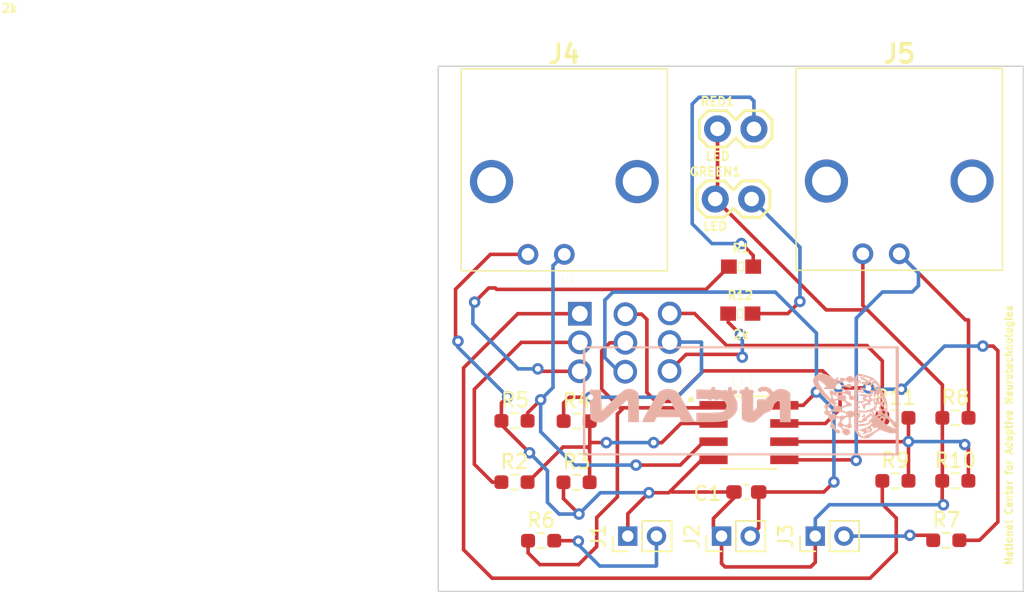
<source format=kicad_pcb>
(kicad_pcb (version 20210606) (generator pcbnew)
  (layers (0 "F.Cu" signal) (31 "B.Cu" signal) (34 "B.Paste" user) (35 "F.Paste" user) (36 "B.SilkS" user "B.Silkscreen") (37 "F.SilkS" user "F.Silkscreen") (38 "B.Mask" user) (39 "F.Mask" user) (44 "Edge.Cuts" user))
  (net 0 "")
  (net 1 "PWR")
  (net 2 "GND")
  (net 3 "Output 1")
  (net 4 "Output 2")
  (net 5 "Input 1")
  (net 6 "Input 2")
  (net 7 "Net-(R2-Pad2)")
  (net 8 "Net-(R2-Pad1)")
  (net 9 "Net-(R4-Pad1)")
  (net 10 "Net-(R6-Pad1)")
  (net 11 "Net-(R7-Pad2)")
  (net 12 "Net-(R10-Pad2)")
  (net 13 "Net-(R9-Pad1)")
  (net 14 "Net-(R11-Pad1)")
  (net 15 "Net-(GREEN1-Pad2)")
  (net 16 "Net-(RED1-Pad2)")
  (net 17 "RED")
  (net 18 "GREEN")
  (footprint "Resistor_SMD:R_0603_1608Metric_Pad0.98x0.95mm_HandSolder" (layer "F.Cu") (at 52.2 47.48)
    (fp_text reference "R9" (at 0 -1.43) (layer "F.SilkS"))
    (fp_text value "100k")
    (pad "1" smd roundrect locked (at -0.9125 0) (size 0.975 0.95) (layers "F.Cu" "F.Paste" "F.Mask") (net 13 "Net-(R9-Pad1)"))
    (pad "2" smd roundrect locked (at 0.9125 0) (size 0.975 0.95) (layers "F.Cu" "F.Paste" "F.Mask") (net 12 "Net-(R10-Pad2)"))
  )
  (footprint "Resistor_SMD:R_0603_1608Metric_Pad0.98x0.95mm_HandSolder" (layer "F.Cu") (at 56.39 43.08)
    (fp_text reference "R8" (at 0 -1.43) (layer "F.SilkS"))
    (fp_text value "17.4k")
    (pad "1" smd roundrect locked (at -0.9125 0) (size 0.975 0.95) (layers "F.Cu" "F.Paste" "F.Mask") (net 2 "GND"))
    (pad "2" smd roundrect locked (at 0.9125 0) (size 0.975 0.95) (layers "F.Cu" "F.Paste" "F.Mask") (net 6 "Input 2"))
  )
  (footprint "Connector_PinHeader_2.00mm:PinHeader_1x02_P2.00mm_Vertical" (layer "F.Cu") (at 40.07 51.34 90)
    (fp_text reference "J2" (at 0 -2.06 90) (layer "F.SilkS"))
    (fp_text value "PWR")
    (pad "1" thru_hole rect locked (at 0 0 90) (size 1.35 1.35) (drill 0.8) (layers *.Cu *.Mask) (net 2 "GND"))
    (pad "2" thru_hole oval locked (at 0 2 90) (size 1.35 1.35) (drill 0.8) (layers *.Cu *.Mask) (net 1 "PWR"))
  )
  (footprint "SparkfunConnectors:1X02" (layer "F.Cu") (at 39.63 27.8)
    (fp_text reference "GREEN1" (at 0 -1.905) (layer "F.SilkS") (effects (font (size 0.6096 0.6096) (thickness 0.127))))
    (fp_text value "LED" (at 0 1.905) (layer "F.SilkS") (effects (font (size 0.6096 0.6096) (thickness 0.127))))
    (pad "1" thru_hole circle locked (at 0 0) (size 1.8796 1.8796) (drill 1.016) (layers *.Cu *.Mask) (net 2 "GND"))
    (pad "2" thru_hole circle locked (at 2.54 0) (size 1.8796 1.8796) (drill 1.016) (layers *.Cu *.Mask) (net 15 "Net-(GREEN1-Pad2)"))
  )
  (footprint "SparkfunResistors:0603" (layer "F.Cu") (at 41.37836 35.8)
    (fp_text reference "R12" (at 0 -1.27) (layer "F.SilkS") (effects (font (size 0.6096 0.6096) (thickness 0.127))))
    (fp_text value "2k" (at 0.05164 1.47) (layer "F.SilkS") (effects (font (size 0.6096 0.6096) (thickness 0.127))))
    (pad "1" smd rect locked (at -0.84836 0) (size 1.09982 0.99822) (layers "F.Cu" "F.Paste" "F.Mask") (net 18 "GREEN"))
    (pad "2" smd rect locked (at 0.84836 0) (size 1.09982 0.99822) (layers "F.Cu" "F.Paste" "F.Mask") (net 15 "Net-(GREEN1-Pad2)"))
  )
  (footprint "SparkfunConnectors:1X02" (layer "F.Cu") (at 39.79 22.9)
    (fp_text reference "RED1" (at 0 -1.905) (layer "F.SilkS") (effects (font (size 0.6096 0.6096) (thickness 0.127))))
    (fp_text value "LED" (at 0 1.905) (layer "F.SilkS") (effects (font (size 0.6096 0.6096) (thickness 0.127))))
    (pad "1" thru_hole circle locked (at 0 0) (size 1.8796 1.8796) (drill 1.016) (layers *.Cu *.Mask) (net 2 "GND"))
    (pad "2" thru_hole circle locked (at 2.54 0) (size 1.8796 1.8796) (drill 1.016) (layers *.Cu *.Mask) (net 16 "Net-(RED1-Pad2)"))
  )
  (footprint "Switches:SW_1-1437575-7" (layer "F.Cu") (at 32.68 36.81)
    (fp_text reference "U2" (at -3.27997 -3.40893) (layer "F.SilkS") (effects (font (size 0.480583 0.480583) (thickness 0.015))))
    (fp_text value "SW_3PDT_Standard" hide)
    (pad "1" thru_hole circle locked (at 0.68 -0.97) (size 1.65 1.65) (drill 1.1) (layers *.Cu *.Mask) (net 11 "Net-(R7-Pad2)"))
    (pad "2" thru_hole rect locked (at -2.5 -1) (size 1.65 1.65) (drill 1.1) (layers *.Cu *.Mask) (net 13 "Net-(R9-Pad1)"))
    (pad "3" thru_hole circle locked (at 3.77 -1.02) (size 1.65 1.65) (drill 1.1) (layers *.Cu *.Mask) (net 14 "Net-(R11-Pad1)"))
    (pad "4" thru_hole circle locked (at 0.68 1.03) (size 1.65 1.65) (drill 1.1) (layers *.Cu *.Mask) (net 10 "Net-(R6-Pad1)"))
    (pad "5" thru_hole circle locked (at -2.5 1) (size 1.65 1.65) (drill 1.1) (layers *.Cu *.Mask) (net 8 "Net-(R2-Pad1)"))
    (pad "6" thru_hole circle locked (at 3.77 0.98) (size 1.65 1.65) (drill 1.1) (layers *.Cu *.Mask) (net 9 "Net-(R4-Pad1)"))
    (pad "7" thru_hole circle (at 0.67 3.05) (size 1.65 1.65) (drill 1.1) (layers *.Cu *.Mask) (net 1 "PWR"))
    (pad "8" thru_hole circle (at -2.51 3.02) (size 1.65 1.65) (drill 1.1) (layers *.Cu *.Mask) (net 17 "RED"))
    (pad "9" thru_hole circle (at 3.76 3) (size 1.65 1.65) (drill 1.1) (layers *.Cu *.Mask) (net 18 "GREEN"))
  )
  (footprint "Connector_PinHeader_2.00mm:PinHeader_1x02_P2.00mm_Vertical" (layer "F.Cu") (at 46.61 51.34 90)
    (fp_text reference "J3" (at 0 -2.06 90) (layer "F.SilkS"))
    (fp_text value "Output 2")
    (pad "1" thru_hole rect locked (at 0 0 90) (size 1.35 1.35) (drill 0.8) (layers *.Cu *.Mask) (net 2 "GND"))
    (pad "2" thru_hole oval locked (at 0 2 90) (size 1.35 1.35) (drill 0.8) (layers *.Cu *.Mask) (net 4 "Output 2"))
  )
  (footprint "Resistor_SMD:R_0603_1608Metric_Pad0.98x0.95mm_HandSolder" (layer "F.Cu") (at 29.9625 43.31)
    (fp_text reference "R4" (at 0 -1.43) (layer "F.SilkS"))
    (fp_text value "140k")
    (pad "1" smd roundrect locked (at -0.9125 0) (size 0.975 0.95) (layers "F.Cu" "F.Paste" "F.Mask") (net 9 "Net-(R4-Pad1)"))
    (pad "2" smd roundrect locked (at 0.9125 0) (size 0.975 0.95) (layers "F.Cu" "F.Paste" "F.Mask") (net 7 "Net-(R2-Pad2)"))
  )
  (footprint "Resistor_SMD:R_0603_1608Metric_Pad0.98x0.95mm_HandSolder" (layer "F.Cu") (at 25.6225 47.57)
    (fp_text reference "R2" (at 0 -1.43) (layer "F.SilkS"))
    (fp_text value "100k")
    (pad "1" smd roundrect locked (at -0.9125 0) (size 0.975 0.95) (layers "F.Cu" "F.Paste" "F.Mask") (net 8 "Net-(R2-Pad1)"))
    (pad "2" smd roundrect locked (at 0.9125 0) (size 0.975 0.95) (layers "F.Cu" "F.Paste" "F.Mask") (net 7 "Net-(R2-Pad2)"))
  )
  (footprint "Resistor_SMD:R_0603_1608Metric_Pad0.98x0.95mm_HandSolder" (layer "F.Cu") (at 29.9525 47.58)
    (fp_text reference "R3" (at 0 -1.43) (layer "F.SilkS"))
    (fp_text value "20k")
    (pad "1" smd roundrect locked (at -0.9125 0) (size 0.975 0.95) (layers "F.Cu" "F.Paste" "F.Mask") (net 2 "GND"))
    (pad "2" smd roundrect locked (at 0.9125 0) (size 0.975 0.95) (layers "F.Cu" "F.Paste" "F.Mask") (net 7 "Net-(R2-Pad2)"))
  )
  (footprint "Connector_Coaxial:031543110RFX" (layer "F.Cu") (at 49.93 31.623732)
    (fp_text reference "J5" (at 2.54 -13.97) (layer "F.SilkS") (effects (font (size 1.27 1.27) (thickness 0.254))))
    (fp_text value "Conn_Coaxial" hide)
    (pad "1" thru_hole circle locked (at 0 0) (size 1.446 1.446) (drill 0.89) (layers *.Cu *.Mask) (net 2 "GND"))
    (pad "2" thru_hole circle locked (at 2.54 0) (size 1.446 1.446) (drill 0.89) (layers *.Cu *.Mask) (net 6 "Input 2"))
    (pad "3" thru_hole circle locked (at 7.62 -5.08) (size 3.015 3.015) (drill 2.01) (layers *.Cu *.Mask))
    (pad "4" thru_hole circle locked (at -2.54 -5.08) (size 3.015 3.015) (drill 2.01) (layers *.Cu *.Mask))
  )
  (footprint "Chips:SOIC127P599X175-8N" (layer "F.Cu") (at 41.98 44.11)
    (fp_text reference "U1" (at -0.325 -3.635) (layer "F.SilkS") (effects (font (thickness 0.015))))
    (fp_text value "NCV33072ADR2G" hide)
    (pad "1" smd rect locked (at -2.47 -1.905) (size 1.97 0.6) (layers "F.Cu" "F.Paste" "F.Mask") (net 10 "Net-(R6-Pad1)"))
    (pad "2" smd rect locked (at -2.47 -0.635) (size 1.97 0.6) (layers "F.Cu" "F.Paste" "F.Mask") (net 7 "Net-(R2-Pad2)"))
    (pad "3" smd rect locked (at -2.47 0.635) (size 1.97 0.6) (layers "F.Cu" "F.Paste" "F.Mask") (net 5 "Input 1"))
    (pad "4" smd rect locked (at -2.47 1.905) (size 1.97 0.6) (layers "F.Cu" "F.Paste" "F.Mask") (net 2 "GND"))
    (pad "5" smd rect locked (at 2.47 1.905) (size 1.97 0.6) (layers "F.Cu" "F.Paste" "F.Mask") (net 6 "Input 2"))
    (pad "6" smd rect locked (at 2.47 0.635) (size 1.97 0.6) (layers "F.Cu" "F.Paste" "F.Mask") (net 12 "Net-(R10-Pad2)"))
    (pad "7" smd rect locked (at 2.47 -0.635) (size 1.97 0.6) (layers "F.Cu" "F.Paste" "F.Mask") (net 11 "Net-(R7-Pad2)"))
    (pad "8" smd rect locked (at 2.47 -1.905) (size 1.97 0.6) (layers "F.Cu" "F.Paste" "F.Mask") (net 1 "PWR"))
  )
  (footprint "Resistor_SMD:R_0603_1608Metric_Pad0.98x0.95mm_HandSolder" (layer "F.Cu") (at 55.75 51.63)
    (fp_text reference "R7" (at 0 -1.43) (layer "F.SilkS"))
    (fp_text value "52.2")
    (pad "1" smd roundrect locked (at -0.9125 0) (size 0.975 0.95) (layers "F.Cu" "F.Paste" "F.Mask") (net 4 "Output 2"))
    (pad "2" smd roundrect locked (at 0.9125 0) (size 0.975 0.95) (layers "F.Cu" "F.Paste" "F.Mask") (net 11 "Net-(R7-Pad2)"))
  )
  (footprint "SparkfunResistors:0603" (layer "F.Cu") (at 41.43 32.52)
    (fp_text reference "R1" (at 0 -1.27) (layer "F.SilkS") (effects (font (size 0.6096 0.6096) (thickness 0.127))))
    (fp_text value "2k" (at -51.04 -18.04) (layer "F.SilkS") (effects (font (size 0.6096 0.6096) (thickness 0.127))))
    (pad "1" smd rect locked (at -0.84836 0) (size 1.09982 0.99822) (layers "F.Cu" "F.Paste" "F.Mask") (net 17 "RED"))
    (pad "2" smd rect locked (at 0.84836 0) (size 1.09982 0.99822) (layers "F.Cu" "F.Paste" "F.Mask") (net 16 "Net-(RED1-Pad2)"))
  )
  (footprint "Resistor_SMD:R_0603_1608Metric_Pad0.98x0.95mm_HandSolder" (layer "F.Cu") (at 52.2 43.08)
    (fp_text reference "R11" (at 0 -1.43) (layer "F.SilkS"))
    (fp_text value "140k")
    (pad "1" smd roundrect locked (at -0.9125 0) (size 0.975 0.95) (layers "F.Cu" "F.Paste" "F.Mask") (net 14 "Net-(R11-Pad1)"))
    (pad "2" smd roundrect locked (at 0.9125 0) (size 0.975 0.95) (layers "F.Cu" "F.Paste" "F.Mask") (net 12 "Net-(R10-Pad2)"))
  )
  (footprint "Resistor_SMD:R_0603_1608Metric_Pad0.98x0.95mm_HandSolder" (layer "F.Cu") (at 56.38 47.48)
    (fp_text reference "R10" (at 0 -1.43) (layer "F.SilkS"))
    (fp_text value "20k")
    (pad "1" smd roundrect locked (at -0.9125 0) (size 0.975 0.95) (layers "F.Cu" "F.Paste" "F.Mask") (net 2 "GND"))
    (pad "2" smd roundrect locked (at 0.9125 0) (size 0.975 0.95) (layers "F.Cu" "F.Paste" "F.Mask") (net 12 "Net-(R10-Pad2)"))
  )
  (footprint "Resistor_SMD:R_0603_1608Metric_Pad0.98x0.95mm_HandSolder" (layer "F.Cu") (at 27.4825 51.66)
    (fp_text reference "R6" (at 0 -1.43) (layer "F.SilkS"))
    (fp_text value "52.2")
    (pad "1" smd roundrect locked (at -0.9125 0) (size 0.975 0.95) (layers "F.Cu" "F.Paste" "F.Mask") (net 10 "Net-(R6-Pad1)"))
    (pad "2" smd roundrect locked (at 0.9125 0) (size 0.975 0.95) (layers "F.Cu" "F.Paste" "F.Mask") (net 3 "Output 1"))
  )
  (footprint "Connector_Coaxial:031543110RFX" (layer "F.Cu") (at 26.56 31.663732)
    (fp_text reference "J4" (at 2.54 -13.97) (layer "F.SilkS") (effects (font (size 1.27 1.27) (thickness 0.254))))
    (fp_text value "Conn_Coaxial" hide)
    (pad "1" thru_hole circle locked (at 0 0) (size 1.446 1.446) (drill 0.89) (layers *.Cu *.Mask) (net 2 "GND"))
    (pad "2" thru_hole circle locked (at 2.54 0) (size 1.446 1.446) (drill 0.89) (layers *.Cu *.Mask) (net 5 "Input 1"))
    (pad "3" thru_hole circle locked (at 7.62 -5.08) (size 3.015 3.015) (drill 2.01) (layers *.Cu *.Mask))
    (pad "4" thru_hole circle locked (at -2.54 -5.08) (size 3.015 3.015) (drill 2.01) (layers *.Cu *.Mask))
  )
  (footprint "Capacitor_SMD:C_0603_1608Metric_Pad1.08x0.95mm_HandSolder" (layer "F.Cu") (at 41.8 48.26)
    (fp_text reference "C1" (at -2.71 0.1) (layer "F.SilkS"))
    (fp_text value "0.1u")
    (pad "1" smd roundrect locked (at -0.8625 0) (size 1.075 0.95) (layers "F.Cu" "F.Paste" "F.Mask") (net 2 "GND"))
    (pad "2" smd roundrect locked (at 0.8625 0) (size 1.075 0.95) (layers "F.Cu" "F.Paste" "F.Mask") (net 1 "PWR"))
  )
  (footprint "Connector_PinHeader_2.00mm:PinHeader_1x02_P2.00mm_Vertical" (layer "F.Cu") (at 33.53 51.34 90)
    (fp_text reference "J1" (at 0 -2.06 90) (layer "F.SilkS"))
    (fp_text value "Output 1")
    (pad "1" thru_hole rect locked (at 0 0 90) (size 1.35 1.35) (drill 0.8) (layers *.Cu *.Mask) (net 2 "GND"))
    (pad "2" thru_hole oval locked (at 0 2 90) (size 1.35 1.35) (drill 0.8) (layers *.Cu *.Mask) (net 3 "Output 1"))
  )
  (footprint "Resistor_SMD:R_0603_1608Metric_Pad0.98x0.95mm_HandSolder" (layer "F.Cu") (at 25.6225 43.29 180)
    (fp_text reference "R5" (at -0.04 1.45) (layer "F.SilkS"))
    (fp_text value "17.4k")
    (pad "1" smd roundrect locked (at -0.9125 0 180) (size 0.975 0.95) (layers "F.Cu" "F.Paste" "F.Mask") (net 5 "Input 1"))
    (pad "2" smd roundrect locked (at 0.9125 0 180) (size 0.975 0.95) (layers "F.Cu" "F.Paste" "F.Mask") (net 2 "GND"))
  )
  (footprint "NCAN:SmallNCANSilkscreenFront" (layer "B.Cu") (at 41.418 41.894 180)
    (fp_text reference "G***" (at 0 0) (layer "B.SilkS") (effects (font (size 1.524 1.524) (thickness 0.3)) (justify mirror)))
    (fp_text value "LOGO" hide)
  )
  (gr_rect (start 20.302 18.526) (end 61.129286 55.21) (layer "Edge.Cuts") (width 0.1) (fill none))
  (gr_text "National Center for Adaptive Neurotechnologies" (at 60.12 44.29 90) (layer "F.SilkS") (effects (font (size 0.5 0.5) (thickness 0.125))))
  (segment (start 42.6625 48.26) (end 42.6625 50.7475) (width 0.25) (layer "F.Cu") (net 1))
  (segment (start 45.765 42.205) (end 46.69 41.28) (width 0.25) (layer "F.Cu") (net 1))
  (segment (start 47.21 48.26) (end 47.91 47.56) (width 0.25) (layer "F.Cu") (net 1))
  (segment (start 44.45 42.205) (end 45.765 42.205) (width 0.25) (layer "F.Cu") (net 1))
  (segment (start 42.6625 50.7475) (end 42.07 51.34) (width 0.25) (layer "F.Cu") (net 1))
  (segment (start 42.6625 48.26) (end 47.21 48.26) (width 0.25) (layer "F.Cu") (net 1))
  (via (at 47.91 47.56) (size 0.8) (drill 0.4) (layers "F.Cu" "B.Cu") (net 1))
  (via (at 46.69 41.28) (size 0.8) (drill 0.4) (layers "F.Cu" "B.Cu") (net 1))
  (segment (start 47.91 47.56) (end 47.91 42.5) (width 0.25) (layer "B.Cu") (net 1))
  (segment (start 47.91 42.5) (end 46.69 41.28) (width 0.25) (layer "B.Cu") (net 1))
  (segment (start 31.93 38.88) (end 31.93 34.86) (width 0.25) (layer "B.Cu") (net 1))
  (segment (start 43.82 34.3) (end 46.69 37.17) (width 0.25) (layer "B.Cu") (net 1))
  (segment (start 32.91 39.86) (end 31.93 38.88) (width 0.25) (layer "B.Cu") (net 1))
  (segment (start 32.49 34.3) (end 43.82 34.3) (width 0.25) (layer "B.Cu") (net 1))
  (segment (start 46.69 37.17) (end 46.69 41.28) (width 0.25) (layer "B.Cu") (net 1))
  (segment (start 31.93 34.86) (end 32.49 34.3) (width 0.25) (layer "B.Cu") (net 1))
  (segment (start 33.35 39.86) (end 32.91 39.86) (width 0.25) (layer "B.Cu") (net 1))
  (segment (start 49.93 35.23) (end 49.93 31.623732) (width 0.25) (layer "F.Cu") (net 2))
  (segment (start 39.79 27.64) (end 39.63 27.8) (width 0.25) (layer "F.Cu") (net 2))
  (segment (start 39.51 46.015) (end 38.685 46.015) (width 0.25) (layer "F.Cu") (net 2))
  (segment (start 46.61 51.34) (end 46.61 53.17) (width 0.25) (layer "F.Cu") (net 2))
  (segment (start 39.5 50.11) (end 39.5 50.77) (width 0.25) (layer "F.Cu") (net 2))
  (segment (start 38.685 46.015) (end 36.535 48.165) (width 0.25) (layer "F.Cu") (net 2))
  (segment (start 40.07 53.25) (end 40.07 51.34) (width 0.25) (layer "F.Cu") (net 2))
  (segment (start 21.51 34.1) (end 21.51 37.56) (width 0.25) (layer "F.Cu") (net 2))
  (segment (start 55.4775 47.47) (end 55.4675 47.48) (width 0.25) (layer "F.Cu") (net 2))
  (segment (start 39.5 50.77) (end 40.07 51.34) (width 0.25) (layer "F.Cu") (net 2))
  (segment (start 40.9375 48.26) (end 40.9375 48.6725) (width 0.25) (layer "F.Cu") (net 2))
  (segment (start 24.71 43.29) (end 24.71 43.56) (width 0.25) (layer "F.Cu") (net 2))
  (segment (start 40.31 53.49) (end 40.07 53.25) (width 0.25) (layer "F.Cu") (net 2))
  (segment (start 24.71 42.04) (end 25.14 41.61) (width 0.25) (layer "F.Cu") (net 2))
  (segment (start 26.56 31.663732) (end 23.946268 31.663732) (width 0.25) (layer "F.Cu") (net 2))
  (segment (start 50.24 35.54) (end 49.93 35.23) (width 0.25) (layer "F.Cu") (net 2))
  (segment (start 36.39 48.31) (end 35 48.31) (width 0.25) (layer "F.Cu") (net 2))
  (segment (start 21.51 37.56) (end 21.68 37.73) (width 0.25) (layer "F.Cu") (net 2))
  (segment (start 39.63 27.8) (end 47.37 35.54) (width 0.25) (layer "F.Cu") (net 2))
  (segment (start 39.79 22.9) (end 39.79 27.64) (width 0.25) (layer "F.Cu") (net 2))
  (segment (start 55.4675 49.0675) (end 55.55 49.15) (width 0.25) (layer "F.Cu") (net 2))
  (segment (start 36.63 48.26) (end 36.535 48.165) (width 0.25) (layer "F.Cu") (net 2))
  (segment (start 36.535 48.165) (end 36.39 48.31) (width 0.25) (layer "F.Cu") (net 2))
  (segment (start 24.71 43.56) (end 26.67 45.52) (width 0.25) (layer "F.Cu") (net 2))
  (segment (start 55.4775 43.08) (end 55.4775 47.47) (width 0.25) (layer "F.Cu") (net 2))
  (segment (start 29.04 47.58) (end 29.04 48.72) (width 0.25) (layer "F.Cu") (net 2))
  (segment (start 33.53 49.78) (end 35 48.31) (width 0.25) (layer "F.Cu") (net 2))
  (segment (start 46.61 53.17) (end 46.29 53.49) (width 0.25) (layer "F.Cu") (net 2))
  (segment (start 23.946268 31.663732) (end 21.51 34.1) (width 0.25) (layer "F.Cu") (net 2))
  (segment (start 33.53 51.34) (end 33.53 49.78) (width 0.25) (layer "F.Cu") (net 2))
  (segment (start 55.4775 40.7775) (end 50.24 35.54) (width 0.25) (layer "F.Cu") (net 2))
  (segment (start 47.37 35.54) (end 50.24 35.54) (width 0.25) (layer "F.Cu") (net 2))
  (segment (start 40.9375 48.26) (end 36.63 48.26) (width 0.25) (layer "F.Cu") (net 2))
  (segment (start 46.29 53.49) (end 40.31 53.49) (width 0.25) (layer "F.Cu") (net 2))
  (segment (start 55.4675 47.48) (end 55.4675 49.0675) (width 0.25) (layer "F.Cu") (net 2))
  (segment (start 29.04 48.72) (end 30.12 49.8) (width 0.25) (layer "F.Cu") (net 2))
  (segment (start 24.71 43.29) (end 24.71 42.04) (width 0.25) (layer "F.Cu") (net 2))
  (segment (start 40.9375 48.6725) (end 39.5 50.11) (width 0.25) (layer "F.Cu") (net 2))
  (segment (start 55.4775 43.08) (end 55.4775 40.7775) (width 0.25) (layer "F.Cu") (net 2))
  (via (at 26.67 45.52) (size 0.8) (drill 0.4) (layers "F.Cu" "B.Cu") (net 2))
  (via (at 35 48.31) (size 0.8) (drill 0.4) (layers "F.Cu" "B.Cu") (net 2))
  (via (at 55.55 49.15) (size 0.8) (drill 0.4) (layers "F.Cu" "B.Cu") (net 2))
  (via (at 25.14 41.61) (size 0.8) (drill 0.4) (layers "F.Cu" "B.Cu") (net 2))
  (via (at 30.12 49.8) (size 0.8) (drill 0.4) (layers "F.Cu" "B.Cu") (net 2))
  (via (at 21.68 37.73) (size 0.8) (drill 0.4) (layers "F.Cu" "B.Cu") (net 2))
  (segment (start 26.67 45.52) (end 27.92 46.77) (width 0.25) (layer "B.Cu") (net 2))
  (segment (start 47.59 49.15) (end 55.55 49.15) (width 0.25) (layer "B.Cu") (net 2))
  (segment (start 46.61 50.13) (end 47.59 49.15) (width 0.25) (layer "B.Cu") (net 2))
  (segment (start 21.68 38.15) (end 21.68 37.73) (width 0.25) (layer "B.Cu") (net 2))
  (segment (start 31.61 48.31) (end 35 48.31) (width 0.25) (layer "B.Cu") (net 2))
  (segment (start 28.74 49.8) (end 30.12 49.8) (width 0.25) (layer "B.Cu") (net 2))
  (segment (start 30.12 49.8) (end 31.61 48.31) (width 0.25) (layer "B.Cu") (net 2))
  (segment (start 25.14 41.61) (end 21.68 38.15) (width 0.25) (layer "B.Cu") (net 2))
  (segment (start 27.92 48.98) (end 28.74 49.8) (width 0.25) (layer "B.Cu") (net 2))
  (segment (start 46.61 51.34) (end 46.61 50.13) (width 0.25) (layer "B.Cu") (net 2))
  (segment (start 27.92 46.77) (end 27.92 48.98) (width 0.25) (layer "B.Cu") (net 2))
  (segment (start 30.05 51.66) (end 30.08 51.69) (width 0.25) (layer "F.Cu") (net 3))
  (segment (start 28.395 51.66) (end 30.05 51.66) (width 0.25) (layer "F.Cu") (net 3))
  (via (at 30.08 51.69) (size 0.8) (drill 0.4) (layers "F.Cu" "B.Cu") (net 3))
  (segment (start 30.08 51.69) (end 30.08 51.94) (width 0.25) (layer "B.Cu") (net 3))
  (segment (start 30.08 51.94) (end 31.57 53.43) (width 0.25) (layer "B.Cu") (net 3))
  (segment (start 35.53 53.39) (end 35.53 51.34) (width 0.25) (layer "B.Cu") (net 3))
  (segment (start 31.57 53.43) (end 35.49 53.43) (width 0.25) (layer "B.Cu") (net 3))
  (segment (start 35.49 53.43) (end 35.53 53.39) (width 0.25) (layer "B.Cu") (net 3))
  (segment (start 53.21 51.28) (end 54.4875 51.28) (width 0.25) (layer "F.Cu") (net 4))
  (segment (start 54.4875 51.28) (end 54.8375 51.63) (width 0.25) (layer "F.Cu") (net 4))
  (via (at 53.21 51.28) (size 0.8) (drill 0.4) (layers "F.Cu" "B.Cu") (net 4))
  (segment (start 53.15 51.34) (end 53.21 51.28) (width 0.25) (layer "B.Cu") (net 4))
  (segment (start 48.61 51.34) (end 53.15 51.34) (width 0.25) (layer "B.Cu") (net 4))
  (segment (start 26.535 43.29) (end 26.535 42.735) (width 0.25) (layer "F.Cu") (net 5))
  (segment (start 37.19 46.38) (end 34.1 46.38) (width 0.25) (layer "F.Cu") (net 5))
  (segment (start 39.51 44.745) (end 38.825 44.745) (width 0.25) (layer "F.Cu") (net 5))
  (segment (start 26.535 42.735) (end 27.45 41.82) (width 0.25) (layer "F.Cu") (net 5))
  (segment (start 38.825 44.745) (end 37.19 46.38) (width 0.25) (layer "F.Cu") (net 5))
  (via (at 27.45 41.82) (size 0.8) (drill 0.4) (layers "F.Cu" "B.Cu") (net 5))
  (via (at 34.1 46.38) (size 0.8) (drill 0.4) (layers "F.Cu" "B.Cu") (net 5))
  (segment (start 27.45 44.05) (end 27.45 41.82) (width 0.25) (layer "B.Cu") (net 5))
  (segment (start 34.1 46.38) (end 29.78 46.38) (width 0.25) (layer "B.Cu") (net 5))
  (segment (start 28.31 32.453732) (end 28.31 40.96) (width 0.25) (layer "B.Cu") (net 5))
  (segment (start 29.78 46.38) (end 27.45 44.05) (width 0.25) (layer "B.Cu") (net 5))
  (segment (start 28.31 40.96) (end 27.45 41.82) (width 0.25) (layer "B.Cu") (net 5))
  (segment (start 29.1 31.663732) (end 28.31 32.453732) (width 0.25) (layer "B.Cu") (net 5))
  (segment (start 57.086268 36.24) (end 57.28 36.24) (width 0.25) (layer "F.Cu") (net 6))
  (segment (start 44.45 46.015) (end 49.425 46.015) (width 0.25) (layer "F.Cu") (net 6))
  (segment (start 52.47 31.623732) (end 57.086268 36.24) (width 0.25) (layer "F.Cu") (net 6))
  (segment (start 57.28 36.24) (end 57.3025 36.2625) (width 0.25) (layer "F.Cu") (net 6))
  (segment (start 49.425 46.015) (end 49.46 46.05) (width 0.25) (layer "F.Cu") (net 6))
  (segment (start 57.3025 36.2625) (end 57.3025 43.08) (width 0.25) (layer "F.Cu") (net 6))
  (via (at 49.46 46.05) (size 0.8) (drill 0.4) (layers "F.Cu" "B.Cu") (net 6))
  (segment (start 53.37 34.29) (end 53.81 33.85) (width 0.25) (layer "B.Cu") (net 6))
  (segment (start 49.46 46.05) (end 49.47 46.04) (width 0.25) (layer "B.Cu") (net 6))
  (segment (start 53.81 33.85) (end 53.81 32.963732) (width 0.25) (layer "B.Cu") (net 6))
  (segment (start 51.3 34.29) (end 53.37 34.29) (width 0.25) (layer "B.Cu") (net 6))
  (segment (start 53.81 32.963732) (end 52.47 31.623732) (width 0.25) (layer "B.Cu") (net 6))
  (segment (start 49.47 36.12) (end 51.3 34.29) (width 0.25) (layer "B.Cu") (net 6))
  (segment (start 49.47 46.04) (end 49.47 36.12) (width 0.25) (layer "B.Cu") (net 6))
  (segment (start 30.7 45.12) (end 30.74 45.16) (width 0.25) (layer "F.Cu") (net 7))
  (segment (start 30.875 44.805) (end 30.875 43.31) (width 0.25) (layer "F.Cu") (net 7))
  (segment (start 35.33 44.81) (end 35.9 44.81) (width 0.25) (layer "F.Cu") (net 7))
  (segment (start 30.875 45.025) (end 30.875 44.805) (width 0.25) (layer "F.Cu") (net 7))
  (segment (start 30.865 45.035) (end 30.875 45.025) (width 0.25) (layer "F.Cu") (net 7))
  (segment (start 30.74 45.16) (end 30.875 45.025) (width 0.25) (layer "F.Cu") (net 7))
  (segment (start 30.865 47.58) (end 30.865 45.035) (width 0.25) (layer "F.Cu") (net 7))
  (segment (start 32.025 44.805) (end 32.03 44.81) (width 0.25) (layer "F.Cu") (net 7))
  (segment (start 37.235 43.475) (end 39.51 43.475) (width 0.25) (layer "F.Cu") (net 7))
  (segment (start 26.535 47.57) (end 26.56 47.57) (width 0.25) (layer "F.Cu") (net 7))
  (segment (start 35.9 44.81) (end 37.235 43.475) (width 0.25) (layer "F.Cu") (net 7))
  (segment (start 29.01 45.12) (end 30.7 45.12) (width 0.25) (layer "F.Cu") (net 7))
  (segment (start 26.56 47.57) (end 29.01 45.12) (width 0.25) (layer "F.Cu") (net 7))
  (segment (start 30.875 44.805) (end 32.025 44.805) (width 0.25) (layer "F.Cu") (net 7))
  (via (at 32.03 44.81) (size 0.8) (drill 0.4) (layers "F.Cu" "B.Cu") (net 7))
  (via (at 35.33 44.81) (size 0.8) (drill 0.4) (layers "F.Cu" "B.Cu") (net 7))
  (segment (start 35.33 44.81) (end 35.36 44.81) (width 0.25) (layer "B.Cu") (net 7))
  (segment (start 32.03 44.81) (end 35.33 44.81) (width 0.25) (layer "B.Cu") (net 7))
  (segment (start 22.82 46.32) (end 22.82 41.09) (width 0.25) (layer "F.Cu") (net 8))
  (segment (start 22.82 41.09) (end 26.1 37.81) (width 0.25) (layer "F.Cu") (net 8))
  (segment (start 26.1 37.81) (end 30.18 37.81) (width 0.25) (layer "F.Cu") (net 8))
  (segment (start 24.71 47.57) (end 24.07 47.57) (width 0.25) (layer "F.Cu") (net 8))
  (segment (start 24.07 47.57) (end 22.82 46.32) (width 0.25) (layer "F.Cu") (net 8))
  (segment (start 29.05 43.31) (end 29.05 42.05) (width 0.25) (layer "F.Cu") (net 9))
  (segment (start 29.05 42.05) (end 29.46 41.64) (width 0.25) (layer "F.Cu") (net 9))
  (segment (start 29.46 41.64) (end 30.91 41.64) (width 0.25) (layer "F.Cu") (net 9))
  (via (at 30.91 41.64) (size 0.8) (drill 0.4) (layers "F.Cu" "B.Cu") (net 9))
  (segment (start 38.65 37.79) (end 36.45 37.79) (width 0.25) (layer "B.Cu") (net 9))
  (segment (start 36.98 41.64) (end 38.67 39.95) (width 0.25) (layer "B.Cu") (net 9))
  (segment (start 30.91 41.64) (end 36.98 41.64) (width 0.25) (layer "B.Cu") (net 9))
  (segment (start 38.67 37.81) (end 38.65 37.79) (width 0.25) (layer "B.Cu") (net 9))
  (segment (start 38.67 39.95) (end 38.67 37.81) (width 0.25) (layer "B.Cu") (net 9))
  (segment (start 33.36 37.84) (end 32.28 37.84) (width 0.25) (layer "F.Cu") (net 10))
  (segment (start 26.57 52.51) (end 27.39 53.33) (width 0.25) (layer "F.Cu") (net 10))
  (segment (start 33.24002 42.38002) (end 39.33498 42.38002) (width 0.25) (layer "F.Cu") (net 10))
  (segment (start 26.57 51.66) (end 26.57 52.51) (width 0.25) (layer "F.Cu") (net 10))
  (segment (start 31.71 41.09) (end 33.00002 42.38002) (width 0.25) (layer "F.Cu") (net 10))
  (segment (start 31.36 50.04) (end 32.8 48.6) (width 0.25) (layer "F.Cu") (net 10))
  (segment (start 32.8 48.6) (end 32.8 42.82004) (width 0.25) (layer "F.Cu") (net 10))
  (segment (start 30.09 53.33) (end 31.36 52.06) (width 0.25) (layer "F.Cu") (net 10))
  (segment (start 32.28 37.84) (end 31.71 38.41) (width 0.25) (layer "F.Cu") (net 10))
  (segment (start 31.71 38.41) (end 31.71 41.09) (width 0.25) (layer "F.Cu") (net 10))
  (segment (start 27.39 53.33) (end 30.09 53.33) (width 0.25) (layer "F.Cu") (net 10))
  (segment (start 32.8 42.82004) (end 33.24002 42.38002) (width 0.25) (layer "F.Cu") (net 10))
  (segment (start 31.36 52.06) (end 31.36 50.04) (width 0.25) (layer "F.Cu") (net 10))
  (segment (start 33.00002 42.38002) (end 33.24002 42.38002) (width 0.25) (layer "F.Cu") (net 10))
  (segment (start 39.33498 42.38002) (end 39.51 42.205) (width 0.25) (layer "F.Cu") (net 10))
  (segment (start 59.02 38.07) (end 58.3 38.07) (width 0.25) (layer "F.Cu") (net 11))
  (segment (start 34.86 41.31) (end 35.48 41.93) (width 0.25) (layer "F.Cu") (net 11))
  (segment (start 47.13 39.8) (end 48.235 40.905) (width 0.25) (layer "F.Cu") (net 11))
  (segment (start 58.07 51.63) (end 59.35 50.35) (width 0.25) (layer "F.Cu") (net 11))
  (segment (start 48.34 41.01) (end 48.34 42.45) (width 0.25) (layer "F.Cu") (net 11))
  (segment (start 59.35 38.4) (end 59.02 38.07) (width 0.25) (layer "F.Cu") (net 11))
  (segment (start 33.36 35.84) (end 34.49 35.84) (width 0.25) (layer "F.Cu") (net 11))
  (segment (start 38.79 39.8) (end 47.13 39.8) (width 0.25) (layer "F.Cu") (net 11))
  (segment (start 48.235 40.905) (end 48.34 41.01) (width 0.25) (layer "F.Cu") (net 11))
  (segment (start 59.35 50.35) (end 59.35 38.4) (width 0.25) (layer "F.Cu") (net 11))
  (segment (start 48.32 40.99) (end 48.235 40.905) (width 0.25) (layer "F.Cu") (net 11))
  (segment (start 35.48 41.93) (end 36.66 41.93) (width 0.25) (layer "F.Cu") (net 11))
  (segment (start 34.49 35.84) (end 34.86 36.21) (width 0.25) (layer "F.Cu") (net 11))
  (segment (start 47.315 43.475) (end 44.45 43.475) (width 0.25) (layer "F.Cu") (net 11))
  (segment (start 56.6625 51.63) (end 58.07 51.63) (width 0.25) (layer "F.Cu") (net 11))
  (segment (start 36.66 41.93) (end 38.79 39.8) (width 0.25) (layer "F.Cu") (net 11))
  (segment (start 34.86 36.21) (end 34.86 41.31) (width 0.25) (layer "F.Cu") (net 11))
  (segment (start 50.32 40.99) (end 48.32 40.99) (width 0.25) (layer "F.Cu") (net 11))
  (segment (start 48.34 42.45) (end 47.315 43.475) (width 0.25) (layer "F.Cu") (net 11))
  (via (at 50.32 40.99) (size 0.8) (drill 0.4) (layers "F.Cu" "B.Cu") (net 11))
  (via (at 58.3 38.07) (size 0.8) (drill 0.4) (layers "F.Cu" "B.Cu") (net 11))
  (via (at 52.62 41.08) (size 0.8) (drill 0.4) (layers "F.Cu" "B.Cu") (net 11))
  (via (at 48.235 40.905) (size 0.8) (drill 0.4) (layers "F.Cu" "B.Cu") (net 11))
  (segment (start 58.3 38.07) (end 55.63 38.07) (width 0.25) (layer "B.Cu") (net 11))
  (segment (start 55.63 38.07) (end 52.62 41.08) (width 0.25) (layer "B.Cu") (net 11))
  (segment (start 52.62 41.08) (end 50.41 41.08) (width 0.25) (layer "B.Cu") (net 11))
  (segment (start 50.41 41.08) (end 50.32 40.99) (width 0.25) (layer "B.Cu") (net 11))
  (segment (start 53.1125 44.9625) (end 53.1125 44.7375) (width 0.25) (layer "F.Cu") (net 12))
  (segment (start 52.895 44.745) (end 53.1125 44.9625) (width 0.25) (layer "F.Cu") (net 12))
  (segment (start 57.2925 45.2025) (end 57.2925 47.48) (width 0.25) (layer "F.Cu") (net 12))
  (segment (start 53.1125 44.7375) (end 53.1125 43.08) (width 0.25) (layer "F.Cu") (net 12))
  (segment (start 53.1125 47.48) (end 53.1125 44.9625) (width 0.25) (layer "F.Cu") (net 12))
  (segment (start 44.45 44.745) (end 52.895 44.745) (width 0.25) (layer "F.Cu") (net 12))
  (segment (start 57.04 44.95) (end 57.2925 45.2025) (width 0.25) (layer "F.Cu") (net 12))
  (via (at 53.1125 44.7375) (size 0.8) (drill 0.4) (layers "F.Cu" "B.Cu") (net 12))
  (via (at 57.04 44.95) (size 0.8) (drill 0.4) (layers "F.Cu" "B.Cu") (net 12))
  (segment (start 56.8275 44.7375) (end 57.04 44.95) (width 0.25) (layer "B.Cu") (net 12))
  (segment (start 53.1125 44.7375) (end 56.8275 44.7375) (width 0.25) (layer "B.Cu") (net 12))
  (segment (start 22.07 52.29) (end 24.06 54.28) (width 0.25) (layer "F.Cu") (net 13))
  (segment (start 30.18 35.81) (end 25.85 35.81) (width 0.25) (layer "F.Cu") (net 13))
  (segment (start 52.26 50.08) (end 51.2875 49.1075) (width 0.25) (layer "F.Cu") (net 13))
  (segment (start 22.07 39.59) (end 22.07 52.29) (width 0.25) (layer "F.Cu") (net 13))
  (segment (start 52.26 52.45) (end 52.26 50.08) (width 0.25) (layer "F.Cu") (net 13))
  (segment (start 25.85 35.81) (end 22.07 39.59) (width 0.25) (layer "F.Cu") (net 13))
  (segment (start 50.43 54.28) (end 52.26 52.45) (width 0.25) (layer "F.Cu") (net 13))
  (segment (start 24.06 54.28) (end 50.43 54.28) (width 0.25) (layer "F.Cu") (net 13))
  (segment (start 51.2875 49.1075) (end 51.2875 47.48) (width 0.25) (layer "F.Cu") (net 13))
  (segment (start 50.21 38.03) (end 51.2875 39.1075) (width 0.25) (layer "F.Cu") (net 14))
  (segment (start 38.18 35.79) (end 40.42 38.03) (width 0.25) (layer "F.Cu") (net 14))
  (segment (start 40.42 38.03) (end 50.21 38.03) (width 0.25) (layer "F.Cu") (net 14))
  (segment (start 51.2875 39.1075) (end 51.2875 43.08) (width 0.25) (layer "F.Cu") (net 14))
  (segment (start 36.45 35.79) (end 38.18 35.79) (width 0.25) (layer "F.Cu") (net 14))
  (segment (start 44.69 35.8) (end 45.54 34.95) (width 0.25) (layer "F.Cu") (net 15))
  (segment (start 42.22672 35.8) (end 44.69 35.8) (width 0.25) (layer "F.Cu") (net 15))
  (via (at 45.54 34.95) (size 0.8) (drill 0.4) (layers "F.Cu" "B.Cu") (net 15))
  (segment (start 45.54 34.95) (end 45.54 31.17) (width 0.25) (layer "B.Cu") (net 15))
  (segment (start 45.54 31.17) (end 42.17 27.8) (width 0.25) (layer "B.Cu") (net 15))
  (segment (start 42.27836 32.52) (end 42.27836 31.73836) (width 0.25) (layer "F.Cu") (net 16))
  (segment (start 42.27836 31.73836) (end 41.45 30.91) (width 0.25) (layer "F.Cu") (net 16))
  (via (at 41.45 30.91) (size 0.8) (drill 0.4) (layers "F.Cu" "B.Cu") (net 16))
  (segment (start 38.02 29.53) (end 38.02 21.17) (width 0.25) (layer "B.Cu") (net 16))
  (segment (start 38.5 20.69) (end 42.06 20.69) (width 0.25) (layer "B.Cu") (net 16))
  (segment (start 39.4 30.91) (end 38.02 29.53) (width 0.25) (layer "B.Cu") (net 16))
  (segment (start 41.45 30.91) (end 39.4 30.91) (width 0.25) (layer "B.Cu") (net 16))
  (segment (start 42.33 20.96) (end 42.33 22.9) (width 0.25) (layer "B.Cu") (net 16))
  (segment (start 42.06 20.69) (end 42.33 20.96) (width 0.25) (layer "B.Cu") (net 16))
  (segment (start 38.02 21.17) (end 38.5 20.69) (width 0.25) (layer "B.Cu") (net 16))
  (segment (start 24.28 34.01) (end 23.83 34.01) (width 0.25) (layer "F.Cu") (net 17))
  (segment (start 40.58164 32.52) (end 38.99164 34.11) (width 0.25) (layer "F.Cu") (net 17))
  (segment (start 30.17 39.83) (end 27.42 39.83) (width 0.25) (layer "F.Cu") (net 17))
  (segment (start 38.99164 34.11) (end 24.38 34.11) (width 0.25) (layer "F.Cu") (net 17))
  (segment (start 24.38 34.11) (end 24.28 34.01) (width 0.25) (layer "F.Cu") (net 17))
  (segment (start 27.42 39.83) (end 27.25 39.66) (width 0.25) (layer "F.Cu") (net 17))
  (segment (start 23.83 34.01) (end 22.84 35) (width 0.25) (layer "F.Cu") (net 17))
  (via (at 22.84 35) (size 0.8) (drill 0.4) (layers "F.Cu" "B.Cu") (net 17))
  (via (at 27.25 39.66) (size 0.8) (drill 0.4) (layers "F.Cu" "B.Cu") (net 17))
  (segment (start 22.72 35.12) (end 22.84 35) (width 0.25) (layer "B.Cu") (net 17))
  (segment (start 25.87 39.66) (end 22.72 36.51) (width 0.25) (layer "B.Cu") (net 17))
  (segment (start 27.25 39.66) (end 25.87 39.66) (width 0.25) (layer "B.Cu") (net 17))
  (segment (start 22.72 36.51) (end 22.72 35.12) (width 0.25) (layer "B.Cu") (net 17))
  (segment (start 40.53 36.4) (end 41.39 37.26) (width 0.25) (layer "F.Cu") (net 18))
  (segment (start 37.6 38.65) (end 41.33 38.65) (width 0.25) (layer "F.Cu") (net 18))
  (segment (start 41.33 38.65) (end 41.52 38.84) (width 0.25) (layer "F.Cu") (net 18))
  (segment (start 40.53 35.8) (end 40.53 36.4) (width 0.25) (layer "F.Cu") (net 18))
  (segment (start 36.44 39.81) (end 37.6 38.65) (width 0.25) (layer "F.Cu") (net 18))
  (via (at 41.39 37.26) (size 0.8) (drill 0.4) (layers "F.Cu" "B.Cu") (net 18))
  (via (at 41.52 38.84) (size 0.8) (drill 0.4) (layers "F.Cu" "B.Cu") (net 18))
  (segment (start 41.52 37.39) (end 41.39 37.26) (width 0.25) (layer "B.Cu") (net 18))
  (segment (start 41.52 38.84) (end 41.52 37.39) (width 0.25) (layer "B.Cu") (net 18))
)
</source>
